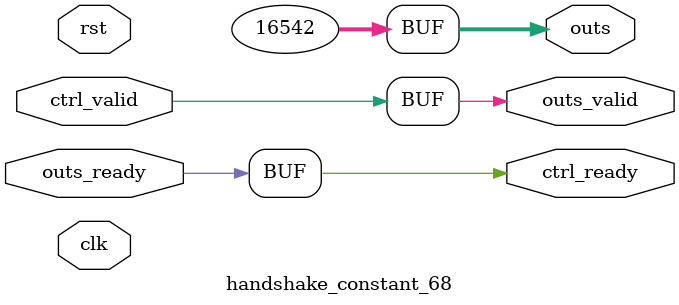
<source format=v>
`timescale 1ns / 1ps
module handshake_constant_68 #(
  parameter DATA_WIDTH = 32  // Default set to 32 bits
) (
  input                       clk,
  input                       rst,
  // Input Channel
  input                       ctrl_valid,
  output                      ctrl_ready,
  // Output Channel
  output [DATA_WIDTH - 1 : 0] outs,
  output                      outs_valid,
  input                       outs_ready
);
  assign outs       = 16'b0100000010011110;
  assign outs_valid = ctrl_valid;
  assign ctrl_ready = outs_ready;

endmodule

</source>
